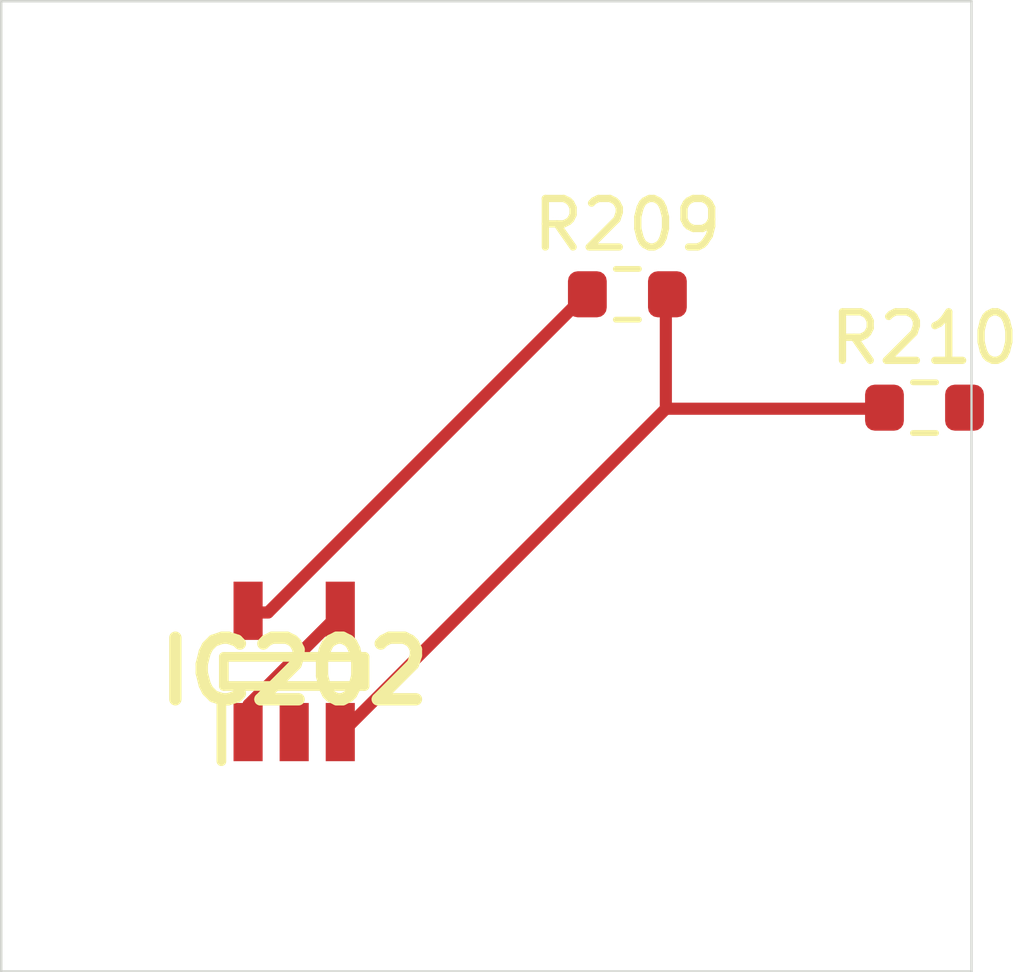
<source format=kicad_pcb>
 ( kicad_pcb  ( version 20171130 )
 ( host pcbnew 5.1.12-84ad8e8a86~92~ubuntu18.04.1 )
 ( general  ( thickness 1.6 )
 ( drawings 4 )
 ( tracks 0 )
 ( zones 0 )
 ( modules 3 )
 ( nets 5 )
)
 ( page A4 )
 ( layers  ( 0 F.Cu signal )
 ( 31 B.Cu signal )
 ( 32 B.Adhes user )
 ( 33 F.Adhes user )
 ( 34 B.Paste user )
 ( 35 F.Paste user )
 ( 36 B.SilkS user )
 ( 37 F.SilkS user )
 ( 38 B.Mask user )
 ( 39 F.Mask user )
 ( 40 Dwgs.User user )
 ( 41 Cmts.User user )
 ( 42 Eco1.User user )
 ( 43 Eco2.User user )
 ( 44 Edge.Cuts user )
 ( 45 Margin user )
 ( 46 B.CrtYd user )
 ( 47 F.CrtYd user )
 ( 48 B.Fab user )
 ( 49 F.Fab user )
)
 ( setup  ( last_trace_width 0.25 )
 ( trace_clearance 0.2 )
 ( zone_clearance 0.508 )
 ( zone_45_only no )
 ( trace_min 0.2 )
 ( via_size 0.8 )
 ( via_drill 0.4 )
 ( via_min_size 0.4 )
 ( via_min_drill 0.3 )
 ( uvia_size 0.3 )
 ( uvia_drill 0.1 )
 ( uvias_allowed no )
 ( uvia_min_size 0.2 )
 ( uvia_min_drill 0.1 )
 ( edge_width 0.05 )
 ( segment_width 0.2 )
 ( pcb_text_width 0.3 )
 ( pcb_text_size 1.5 1.5 )
 ( mod_edge_width 0.12 )
 ( mod_text_size 1 1 )
 ( mod_text_width 0.15 )
 ( pad_size 1.524 1.524 )
 ( pad_drill 0.762 )
 ( pad_to_mask_clearance 0 )
 ( aux_axis_origin 0 0 )
 ( visible_elements FFFFFF7F )
 ( pcbplotparams  ( layerselection 0x010fc_ffffffff )
 ( usegerberextensions false )
 ( usegerberattributes true )
 ( usegerberadvancedattributes true )
 ( creategerberjobfile true )
 ( excludeedgelayer true )
 ( linewidth 0.100000 )
 ( plotframeref false )
 ( viasonmask false )
 ( mode 1 )
 ( useauxorigin false )
 ( hpglpennumber 1 )
 ( hpglpenspeed 20 )
 ( hpglpendiameter 15.000000 )
 ( psnegative false )
 ( psa4output false )
 ( plotreference true )
 ( plotvalue true )
 ( plotinvisibletext false )
 ( padsonsilk false )
 ( subtractmaskfromsilk false )
 ( outputformat 1 )
 ( mirror false )
 ( drillshape 1 )
 ( scaleselection 1 )
 ( outputdirectory "" )
)
)
 ( net 0 "" )
 ( net 1 GND )
 ( net 2 VDDA )
 ( net 3 /Sheet6235D886/vp )
 ( net 4 "Net-(IC202-Pad3)" )
 ( net_class Default "This is the default net class."  ( clearance 0.2 )
 ( trace_width 0.25 )
 ( via_dia 0.8 )
 ( via_drill 0.4 )
 ( uvia_dia 0.3 )
 ( uvia_drill 0.1 )
 ( add_net /Sheet6235D886/vp )
 ( add_net GND )
 ( add_net "Net-(IC202-Pad3)" )
 ( add_net VDDA )
)
 ( module SOT95P280X145-5N locked  ( layer F.Cu )
 ( tedit 62336ED7 )
 ( tstamp 623423ED )
 ( at 86.038900 113.815000 90.000000 )
 ( descr DBV0005A )
 ( tags "Integrated Circuit" )
 ( path /6235D887/6266C08E )
 ( attr smd )
 ( fp_text reference IC202  ( at 0 0 )
 ( layer F.SilkS )
 ( effects  ( font  ( size 1.27 1.27 )
 ( thickness 0.254 )
)
)
)
 ( fp_text value TL071HIDBVR  ( at 0 0 )
 ( layer F.SilkS )
hide  ( effects  ( font  ( size 1.27 1.27 )
 ( thickness 0.254 )
)
)
)
 ( fp_line  ( start -1.85 -1.5 )
 ( end -0.65 -1.5 )
 ( layer F.SilkS )
 ( width 0.2 )
)
 ( fp_line  ( start -0.3 1.45 )
 ( end -0.3 -1.45 )
 ( layer F.SilkS )
 ( width 0.2 )
)
 ( fp_line  ( start 0.3 1.45 )
 ( end -0.3 1.45 )
 ( layer F.SilkS )
 ( width 0.2 )
)
 ( fp_line  ( start 0.3 -1.45 )
 ( end 0.3 1.45 )
 ( layer F.SilkS )
 ( width 0.2 )
)
 ( fp_line  ( start -0.3 -1.45 )
 ( end 0.3 -1.45 )
 ( layer F.SilkS )
 ( width 0.2 )
)
 ( fp_line  ( start -0.8 -0.5 )
 ( end 0.15 -1.45 )
 ( layer Dwgs.User )
 ( width 0.1 )
)
 ( fp_line  ( start -0.8 1.45 )
 ( end -0.8 -1.45 )
 ( layer Dwgs.User )
 ( width 0.1 )
)
 ( fp_line  ( start 0.8 1.45 )
 ( end -0.8 1.45 )
 ( layer Dwgs.User )
 ( width 0.1 )
)
 ( fp_line  ( start 0.8 -1.45 )
 ( end 0.8 1.45 )
 ( layer Dwgs.User )
 ( width 0.1 )
)
 ( fp_line  ( start -0.8 -1.45 )
 ( end 0.8 -1.45 )
 ( layer Dwgs.User )
 ( width 0.1 )
)
 ( fp_line  ( start -2.1 1.775 )
 ( end -2.1 -1.775 )
 ( layer Dwgs.User )
 ( width 0.05 )
)
 ( fp_line  ( start 2.1 1.775 )
 ( end -2.1 1.775 )
 ( layer Dwgs.User )
 ( width 0.05 )
)
 ( fp_line  ( start 2.1 -1.775 )
 ( end 2.1 1.775 )
 ( layer Dwgs.User )
 ( width 0.05 )
)
 ( fp_line  ( start -2.1 -1.775 )
 ( end 2.1 -1.775 )
 ( layer Dwgs.User )
 ( width 0.05 )
)
 ( pad 1 smd rect  ( at -1.25 -0.95 180.000000 )
 ( size 0.6 1.2 )
 ( layers F.Cu F.Mask F.Paste )
 ( net 3 /Sheet6235D886/vp )
)
 ( pad 2 smd rect  ( at -1.25 0 180.000000 )
 ( size 0.6 1.2 )
 ( layers F.Cu F.Mask F.Paste )
 ( net 1 GND )
)
 ( pad 3 smd rect  ( at -1.25 0.95 180.000000 )
 ( size 0.6 1.2 )
 ( layers F.Cu F.Mask F.Paste )
 ( net 4 "Net-(IC202-Pad3)" )
)
 ( pad 4 smd rect  ( at 1.25 0.95 180.000000 )
 ( size 0.6 1.2 )
 ( layers F.Cu F.Mask F.Paste )
 ( net 3 /Sheet6235D886/vp )
)
 ( pad 5 smd rect  ( at 1.25 -0.95 180.000000 )
 ( size 0.6 1.2 )
 ( layers F.Cu F.Mask F.Paste )
 ( net 2 VDDA )
)
)
 ( module Resistor_SMD:R_0603_1608Metric  ( layer F.Cu )
 ( tedit 5F68FEEE )
 ( tstamp 62342595 )
 ( at 92.907000 106.041000 )
 ( descr "Resistor SMD 0603 (1608 Metric), square (rectangular) end terminal, IPC_7351 nominal, (Body size source: IPC-SM-782 page 72, https://www.pcb-3d.com/wordpress/wp-content/uploads/ipc-sm-782a_amendment_1_and_2.pdf), generated with kicad-footprint-generator" )
 ( tags resistor )
 ( path /6235D887/623CDBD9 )
 ( attr smd )
 ( fp_text reference R209  ( at 0 -1.43 )
 ( layer F.SilkS )
 ( effects  ( font  ( size 1 1 )
 ( thickness 0.15 )
)
)
)
 ( fp_text value 100k  ( at 0 1.43 )
 ( layer F.Fab )
 ( effects  ( font  ( size 1 1 )
 ( thickness 0.15 )
)
)
)
 ( fp_line  ( start -0.8 0.4125 )
 ( end -0.8 -0.4125 )
 ( layer F.Fab )
 ( width 0.1 )
)
 ( fp_line  ( start -0.8 -0.4125 )
 ( end 0.8 -0.4125 )
 ( layer F.Fab )
 ( width 0.1 )
)
 ( fp_line  ( start 0.8 -0.4125 )
 ( end 0.8 0.4125 )
 ( layer F.Fab )
 ( width 0.1 )
)
 ( fp_line  ( start 0.8 0.4125 )
 ( end -0.8 0.4125 )
 ( layer F.Fab )
 ( width 0.1 )
)
 ( fp_line  ( start -0.237258 -0.5225 )
 ( end 0.237258 -0.5225 )
 ( layer F.SilkS )
 ( width 0.12 )
)
 ( fp_line  ( start -0.237258 0.5225 )
 ( end 0.237258 0.5225 )
 ( layer F.SilkS )
 ( width 0.12 )
)
 ( fp_line  ( start -1.48 0.73 )
 ( end -1.48 -0.73 )
 ( layer F.CrtYd )
 ( width 0.05 )
)
 ( fp_line  ( start -1.48 -0.73 )
 ( end 1.48 -0.73 )
 ( layer F.CrtYd )
 ( width 0.05 )
)
 ( fp_line  ( start 1.48 -0.73 )
 ( end 1.48 0.73 )
 ( layer F.CrtYd )
 ( width 0.05 )
)
 ( fp_line  ( start 1.48 0.73 )
 ( end -1.48 0.73 )
 ( layer F.CrtYd )
 ( width 0.05 )
)
 ( fp_text user %R  ( at 0 0 )
 ( layer F.Fab )
 ( effects  ( font  ( size 0.4 0.4 )
 ( thickness 0.06 )
)
)
)
 ( pad 1 smd roundrect  ( at -0.825 0 )
 ( size 0.8 0.95 )
 ( layers F.Cu F.Mask F.Paste )
 ( roundrect_rratio 0.25 )
 ( net 2 VDDA )
)
 ( pad 2 smd roundrect  ( at 0.825 0 )
 ( size 0.8 0.95 )
 ( layers F.Cu F.Mask F.Paste )
 ( roundrect_rratio 0.25 )
 ( net 4 "Net-(IC202-Pad3)" )
)
 ( model ${KISYS3DMOD}/Resistor_SMD.3dshapes/R_0603_1608Metric.wrl  ( at  ( xyz 0 0 0 )
)
 ( scale  ( xyz 1 1 1 )
)
 ( rotate  ( xyz 0 0 0 )
)
)
)
 ( module Resistor_SMD:R_0603_1608Metric  ( layer F.Cu )
 ( tedit 5F68FEEE )
 ( tstamp 623425A6 )
 ( at 99.031300 108.378000 )
 ( descr "Resistor SMD 0603 (1608 Metric), square (rectangular) end terminal, IPC_7351 nominal, (Body size source: IPC-SM-782 page 72, https://www.pcb-3d.com/wordpress/wp-content/uploads/ipc-sm-782a_amendment_1_and_2.pdf), generated with kicad-footprint-generator" )
 ( tags resistor )
 ( path /6235D887/623CDBDF )
 ( attr smd )
 ( fp_text reference R210  ( at 0 -1.43 )
 ( layer F.SilkS )
 ( effects  ( font  ( size 1 1 )
 ( thickness 0.15 )
)
)
)
 ( fp_text value 100k  ( at 0 1.43 )
 ( layer F.Fab )
 ( effects  ( font  ( size 1 1 )
 ( thickness 0.15 )
)
)
)
 ( fp_line  ( start 1.48 0.73 )
 ( end -1.48 0.73 )
 ( layer F.CrtYd )
 ( width 0.05 )
)
 ( fp_line  ( start 1.48 -0.73 )
 ( end 1.48 0.73 )
 ( layer F.CrtYd )
 ( width 0.05 )
)
 ( fp_line  ( start -1.48 -0.73 )
 ( end 1.48 -0.73 )
 ( layer F.CrtYd )
 ( width 0.05 )
)
 ( fp_line  ( start -1.48 0.73 )
 ( end -1.48 -0.73 )
 ( layer F.CrtYd )
 ( width 0.05 )
)
 ( fp_line  ( start -0.237258 0.5225 )
 ( end 0.237258 0.5225 )
 ( layer F.SilkS )
 ( width 0.12 )
)
 ( fp_line  ( start -0.237258 -0.5225 )
 ( end 0.237258 -0.5225 )
 ( layer F.SilkS )
 ( width 0.12 )
)
 ( fp_line  ( start 0.8 0.4125 )
 ( end -0.8 0.4125 )
 ( layer F.Fab )
 ( width 0.1 )
)
 ( fp_line  ( start 0.8 -0.4125 )
 ( end 0.8 0.4125 )
 ( layer F.Fab )
 ( width 0.1 )
)
 ( fp_line  ( start -0.8 -0.4125 )
 ( end 0.8 -0.4125 )
 ( layer F.Fab )
 ( width 0.1 )
)
 ( fp_line  ( start -0.8 0.4125 )
 ( end -0.8 -0.4125 )
 ( layer F.Fab )
 ( width 0.1 )
)
 ( fp_text user %R  ( at 0 0 )
 ( layer F.Fab )
 ( effects  ( font  ( size 0.4 0.4 )
 ( thickness 0.06 )
)
)
)
 ( pad 2 smd roundrect  ( at 0.825 0 )
 ( size 0.8 0.95 )
 ( layers F.Cu F.Mask F.Paste )
 ( roundrect_rratio 0.25 )
 ( net 1 GND )
)
 ( pad 1 smd roundrect  ( at -0.825 0 )
 ( size 0.8 0.95 )
 ( layers F.Cu F.Mask F.Paste )
 ( roundrect_rratio 0.25 )
 ( net 4 "Net-(IC202-Pad3)" )
)
 ( model ${KISYS3DMOD}/Resistor_SMD.3dshapes/R_0603_1608Metric.wrl  ( at  ( xyz 0 0 0 )
)
 ( scale  ( xyz 1 1 1 )
)
 ( rotate  ( xyz 0 0 0 )
)
)
)
 ( gr_line  ( start 100 100 )
 ( end 100 120 )
 ( layer Edge.Cuts )
 ( width 0.05 )
 ( tstamp 62E770C4 )
)
 ( gr_line  ( start 80 120 )
 ( end 100 120 )
 ( layer Edge.Cuts )
 ( width 0.05 )
 ( tstamp 62E770C0 )
)
 ( gr_line  ( start 80 100 )
 ( end 100 100 )
 ( layer Edge.Cuts )
 ( width 0.05 )
 ( tstamp 6234110C )
)
 ( gr_line  ( start 80 100 )
 ( end 80 120 )
 ( layer Edge.Cuts )
 ( width 0.05 )
)
 ( segment  ( start 92.100001 106.000002 )
 ( end 85.500001 112.600002 )
 ( width 0.250000 )
 ( layer F.Cu )
 ( net 2 )
)
 ( segment  ( start 85.500001 112.600002 )
 ( end 85.100001 112.600002 )
 ( width 0.250000 )
 ( layer F.Cu )
 ( net 2 )
)
 ( segment  ( start 87.000001 112.600002 )
 ( end 85.100001 114.500002 )
 ( width 0.250000 )
 ( layer F.Cu )
 ( net 3 )
)
 ( segment  ( start 85.100001 114.500002 )
 ( end 85.100001 115.100002 )
 ( width 0.250000 )
 ( layer F.Cu )
 ( net 3 )
)
 ( segment  ( start 93.700001 106.000002 )
 ( end 93.700001 108.400002 )
 ( width 0.250000 )
 ( layer F.Cu )
 ( net 4 )
)
 ( segment  ( start 93.700001 108.400002 )
 ( end 87.000001 115.100002 )
 ( width 0.250000 )
 ( layer F.Cu )
 ( net 4 )
)
 ( segment  ( start 98.200001 108.400002 )
 ( end 93.700001 108.400002 )
 ( width 0.250000 )
 ( layer F.Cu )
 ( net 4 )
)
)

</source>
